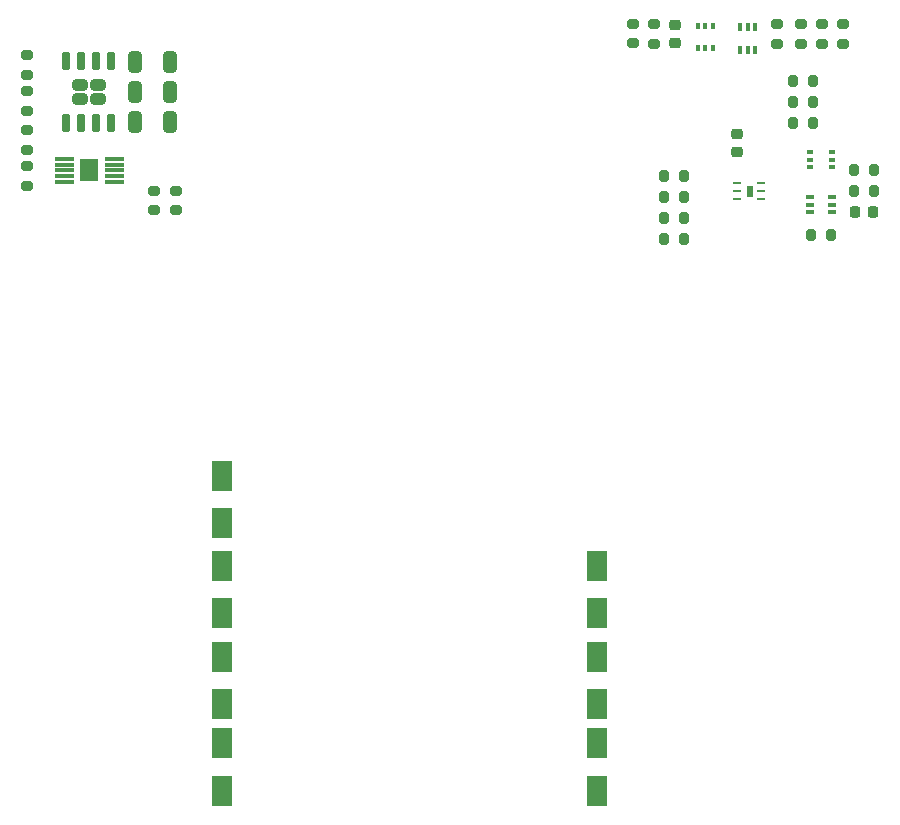
<source format=gtp>
%TF.GenerationSoftware,KiCad,Pcbnew,(6.0.5)*%
%TF.CreationDate,2023-01-23T16:51:02-08:00*%
%TF.ProjectId,X_Y_Panels,585f595f-5061-46e6-956c-732e6b696361,rev?*%
%TF.SameCoordinates,Original*%
%TF.FileFunction,Paste,Top*%
%TF.FilePolarity,Positive*%
%FSLAX46Y46*%
G04 Gerber Fmt 4.6, Leading zero omitted, Abs format (unit mm)*
G04 Created by KiCad (PCBNEW (6.0.5)) date 2023-01-23 16:51:02*
%MOMM*%
%LPD*%
G01*
G04 APERTURE LIST*
G04 Aperture macros list*
%AMRoundRect*
0 Rectangle with rounded corners*
0 $1 Rounding radius*
0 $2 $3 $4 $5 $6 $7 $8 $9 X,Y pos of 4 corners*
0 Add a 4 corners polygon primitive as box body*
4,1,4,$2,$3,$4,$5,$6,$7,$8,$9,$2,$3,0*
0 Add four circle primitives for the rounded corners*
1,1,$1+$1,$2,$3*
1,1,$1+$1,$4,$5*
1,1,$1+$1,$6,$7*
1,1,$1+$1,$8,$9*
0 Add four rect primitives between the rounded corners*
20,1,$1+$1,$2,$3,$4,$5,0*
20,1,$1+$1,$4,$5,$6,$7,0*
20,1,$1+$1,$6,$7,$8,$9,0*
20,1,$1+$1,$8,$9,$2,$3,0*%
G04 Aperture macros list end*
%ADD10C,0.010000*%
%ADD11RoundRect,0.200000X-0.200000X-0.275000X0.200000X-0.275000X0.200000X0.275000X-0.200000X0.275000X0*%
%ADD12RoundRect,0.200000X0.200000X0.275000X-0.200000X0.275000X-0.200000X-0.275000X0.200000X-0.275000X0*%
%ADD13RoundRect,0.200000X0.275000X-0.200000X0.275000X0.200000X-0.275000X0.200000X-0.275000X-0.200000X0*%
%ADD14RoundRect,0.225000X0.250000X-0.225000X0.250000X0.225000X-0.250000X0.225000X-0.250000X-0.225000X0*%
%ADD15R,0.740000X0.270000*%
%ADD16RoundRect,0.200000X-0.275000X0.200000X-0.275000X-0.200000X0.275000X-0.200000X0.275000X0.200000X0*%
%ADD17RoundRect,0.250000X0.325000X0.650000X-0.325000X0.650000X-0.325000X-0.650000X0.325000X-0.650000X0*%
%ADD18RoundRect,0.250000X-0.325000X-0.650000X0.325000X-0.650000X0.325000X0.650000X-0.325000X0.650000X0*%
%ADD19R,0.600000X0.400000*%
%ADD20RoundRect,0.242500X0.402500X-0.242500X0.402500X0.242500X-0.402500X0.242500X-0.402500X-0.242500X0*%
%ADD21RoundRect,0.150000X0.150000X-0.650000X0.150000X0.650000X-0.150000X0.650000X-0.150000X-0.650000X0*%
%ADD22R,1.700000X2.500000*%
%ADD23RoundRect,0.225000X-0.225000X-0.250000X0.225000X-0.250000X0.225000X0.250000X-0.225000X0.250000X0*%
%ADD24R,1.570000X1.880000*%
%ADD25R,0.650000X0.400000*%
%ADD26R,0.400000X0.650000*%
%ADD27R,0.400000X0.600000*%
G04 APERTURE END LIST*
G36*
X171074000Y-54794000D02*
G01*
X170654000Y-54794000D01*
X170654000Y-53934000D01*
X171074000Y-53934000D01*
X171074000Y-54794000D01*
G37*
D10*
X171074000Y-54794000D02*
X170654000Y-54794000D01*
X170654000Y-53934000D01*
X171074000Y-53934000D01*
X171074000Y-54794000D01*
G36*
X113648000Y-52720000D02*
G01*
X112098000Y-52720000D01*
X112098000Y-52470000D01*
X113648000Y-52470000D01*
X113648000Y-52720000D01*
G37*
X113648000Y-52720000D02*
X112098000Y-52720000D01*
X112098000Y-52470000D01*
X113648000Y-52470000D01*
X113648000Y-52720000D01*
G36*
X117848000Y-52220000D02*
G01*
X116298000Y-52220000D01*
X116298000Y-51970000D01*
X117848000Y-51970000D01*
X117848000Y-52220000D01*
G37*
X117848000Y-52220000D02*
X116298000Y-52220000D01*
X116298000Y-51970000D01*
X117848000Y-51970000D01*
X117848000Y-52220000D01*
G36*
X117848000Y-51720000D02*
G01*
X116298000Y-51720000D01*
X116298000Y-51470000D01*
X117848000Y-51470000D01*
X117848000Y-51720000D01*
G37*
X117848000Y-51720000D02*
X116298000Y-51720000D01*
X116298000Y-51470000D01*
X117848000Y-51470000D01*
X117848000Y-51720000D01*
G36*
X113648000Y-53220000D02*
G01*
X112098000Y-53220000D01*
X112098000Y-52970000D01*
X113648000Y-52970000D01*
X113648000Y-53220000D01*
G37*
X113648000Y-53220000D02*
X112098000Y-53220000D01*
X112098000Y-52970000D01*
X113648000Y-52970000D01*
X113648000Y-53220000D01*
G36*
X117848000Y-53720000D02*
G01*
X116298000Y-53720000D01*
X116298000Y-53470000D01*
X117848000Y-53470000D01*
X117848000Y-53720000D01*
G37*
X117848000Y-53720000D02*
X116298000Y-53720000D01*
X116298000Y-53470000D01*
X117848000Y-53470000D01*
X117848000Y-53720000D01*
G36*
X117848000Y-53220000D02*
G01*
X116298000Y-53220000D01*
X116298000Y-52970000D01*
X117848000Y-52970000D01*
X117848000Y-53220000D01*
G37*
X117848000Y-53220000D02*
X116298000Y-53220000D01*
X116298000Y-52970000D01*
X117848000Y-52970000D01*
X117848000Y-53220000D01*
G36*
X117848000Y-52720000D02*
G01*
X116298000Y-52720000D01*
X116298000Y-52470000D01*
X117848000Y-52470000D01*
X117848000Y-52720000D01*
G37*
X117848000Y-52720000D02*
X116298000Y-52720000D01*
X116298000Y-52470000D01*
X117848000Y-52470000D01*
X117848000Y-52720000D01*
G36*
X113648000Y-51720000D02*
G01*
X112098000Y-51720000D01*
X112098000Y-51470000D01*
X113648000Y-51470000D01*
X113648000Y-51720000D01*
G37*
X113648000Y-51720000D02*
X112098000Y-51720000D01*
X112098000Y-51470000D01*
X113648000Y-51470000D01*
X113648000Y-51720000D01*
G36*
X113648000Y-52220000D02*
G01*
X112098000Y-52220000D01*
X112098000Y-51970000D01*
X113648000Y-51970000D01*
X113648000Y-52220000D01*
G37*
X113648000Y-52220000D02*
X112098000Y-52220000D01*
X112098000Y-51970000D01*
X113648000Y-51970000D01*
X113648000Y-52220000D01*
G36*
X113648000Y-53720000D02*
G01*
X112098000Y-53720000D01*
X112098000Y-53470000D01*
X113648000Y-53470000D01*
X113648000Y-53720000D01*
G37*
X113648000Y-53720000D02*
X112098000Y-53720000D01*
X112098000Y-53470000D01*
X113648000Y-53470000D01*
X113648000Y-53720000D01*
D11*
X174581000Y-46876000D03*
X176231000Y-46876000D03*
D12*
X165339000Y-56650000D03*
X163689000Y-56650000D03*
D13*
X109728000Y-44513000D03*
X109728000Y-42863000D03*
D14*
X169848000Y-51075000D03*
X169848000Y-49525000D03*
D15*
X169869000Y-53714000D03*
X169869000Y-54364000D03*
X169869000Y-55014000D03*
X171859000Y-55014000D03*
X171859000Y-54364000D03*
X171859000Y-53714000D03*
D16*
X178851000Y-40241000D03*
X178851000Y-41891000D03*
D17*
X121853000Y-43438000D03*
X118903000Y-43438000D03*
D18*
X118903000Y-48513000D03*
X121853000Y-48513000D03*
D19*
X177881000Y-52373000D03*
X177881000Y-51723000D03*
X177881000Y-51073000D03*
X175981000Y-51073000D03*
X175981000Y-51723000D03*
X175981000Y-52373000D03*
D12*
X176231000Y-45098000D03*
X174581000Y-45098000D03*
D13*
X162849000Y-41891000D03*
X162849000Y-40241000D03*
D20*
X115773000Y-45391000D03*
X114173000Y-45391000D03*
X115773000Y-46591000D03*
X114173000Y-46591000D03*
D21*
X113068000Y-48641000D03*
X114338000Y-48641000D03*
X115608000Y-48641000D03*
X116878000Y-48641000D03*
X116878000Y-43341000D03*
X115608000Y-43341000D03*
X114338000Y-43341000D03*
X113068000Y-43341000D03*
D13*
X177073000Y-41891000D03*
X177073000Y-40241000D03*
D22*
X157988000Y-93800000D03*
X157988000Y-97800000D03*
X126238000Y-78518000D03*
X126238000Y-82518000D03*
D13*
X109728000Y-47561000D03*
X109728000Y-45911000D03*
D23*
X179831000Y-56176000D03*
X181381000Y-56176000D03*
D24*
X114973000Y-52595000D03*
D18*
X118903000Y-45973000D03*
X121853000Y-45973000D03*
D22*
X126238000Y-86138000D03*
X126238000Y-90138000D03*
D11*
X163689000Y-53094000D03*
X165339000Y-53094000D03*
X179778000Y-52617000D03*
X181428000Y-52617000D03*
D14*
X164627000Y-41841000D03*
X164627000Y-40291000D03*
D16*
X109728000Y-49213000D03*
X109728000Y-50863000D03*
D22*
X126214000Y-93800000D03*
X126214000Y-97800000D03*
D12*
X177756000Y-58073000D03*
X176106000Y-58073000D03*
D16*
X120503000Y-54363000D03*
X120503000Y-56013000D03*
D25*
X177881000Y-56183000D03*
X177881000Y-55533000D03*
X177881000Y-54883000D03*
X175981000Y-54883000D03*
X175981000Y-55533000D03*
X175981000Y-56183000D03*
D16*
X109728000Y-52261000D03*
X109728000Y-53911000D03*
D11*
X179781000Y-54398000D03*
X181431000Y-54398000D03*
D26*
X171394000Y-40531000D03*
X170744000Y-40531000D03*
X170094000Y-40531000D03*
X170094000Y-42431000D03*
X170744000Y-42431000D03*
X171394000Y-42431000D03*
D27*
X166517000Y-42281000D03*
X167167000Y-42281000D03*
X167817000Y-42281000D03*
X167817000Y-40381000D03*
X167167000Y-40381000D03*
X166517000Y-40381000D03*
D12*
X176231000Y-48654000D03*
X174581000Y-48654000D03*
D13*
X173263000Y-41891000D03*
X173263000Y-40241000D03*
D12*
X165339000Y-58428000D03*
X163689000Y-58428000D03*
D13*
X161069000Y-41881000D03*
X161069000Y-40231000D03*
D22*
X157988000Y-101140000D03*
X157988000Y-105140000D03*
X126194000Y-101140000D03*
X126194000Y-105140000D03*
D11*
X163689000Y-54872000D03*
X165339000Y-54872000D03*
D16*
X175295000Y-40241000D03*
X175295000Y-41891000D03*
X122303000Y-54363000D03*
X122303000Y-56013000D03*
D22*
X157988000Y-86138000D03*
X157988000Y-90138000D03*
M02*

</source>
